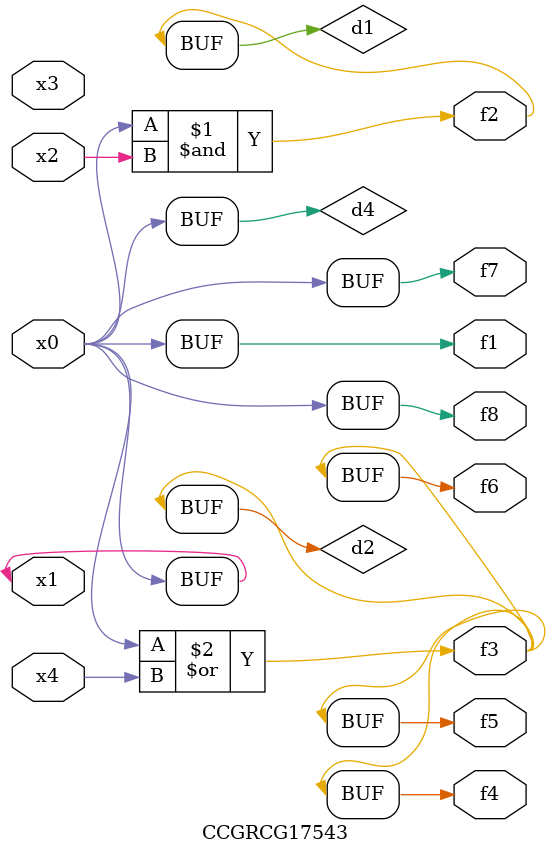
<source format=v>
module CCGRCG17543(
	input x0, x1, x2, x3, x4,
	output f1, f2, f3, f4, f5, f6, f7, f8
);

	wire d1, d2, d3, d4;

	and (d1, x0, x2);
	or (d2, x0, x4);
	nand (d3, x0, x2);
	buf (d4, x0, x1);
	assign f1 = d4;
	assign f2 = d1;
	assign f3 = d2;
	assign f4 = d2;
	assign f5 = d2;
	assign f6 = d2;
	assign f7 = d4;
	assign f8 = d4;
endmodule

</source>
